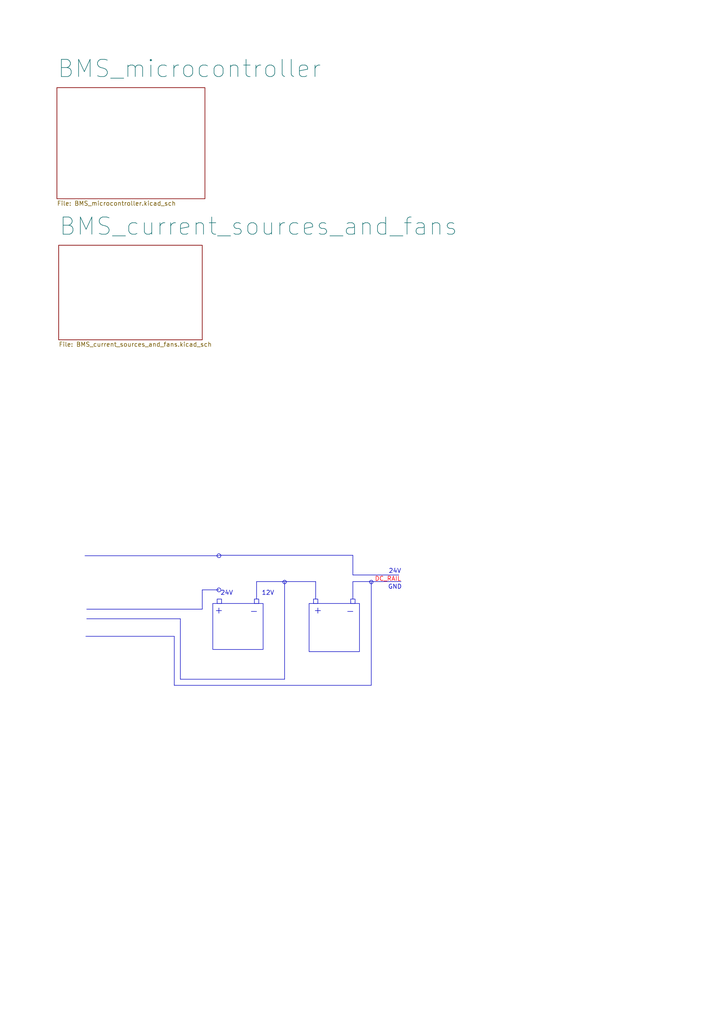
<source format=kicad_sch>
(kicad_sch
	(version 20231120)
	(generator "eeschema")
	(generator_version "8.0")
	(uuid "555ba40f-9abb-4b99-82c6-07e888fda9fd")
	(paper "A4" portrait)
	(lib_symbols)
	(polyline
		(pts
			(xy 102.362 166.751) (xy 115.697 166.751)
		)
		(stroke
			(width 0)
			(type default)
		)
		(uuid "036244c0-1450-4729-9223-f6160e799cd4")
	)
	(polyline
		(pts
			(xy 25.146 176.657) (xy 58.674 176.657)
		)
		(stroke
			(width 0)
			(type default)
		)
		(uuid "0e1d3b31-b1c9-4f96-a649-95c4fc8b3154")
	)
	(polyline
		(pts
			(xy 58.674 171.069) (xy 63.5 171.069)
		)
		(stroke
			(width 0)
			(type default)
		)
		(uuid "1986ff6f-994b-49a6-9111-b017e07c5d89")
	)
	(polyline
		(pts
			(xy 25.146 179.451) (xy 52.324 179.451)
		)
		(stroke
			(width 0)
			(type default)
		)
		(uuid "2c25c516-484a-4796-96cd-564887dae342")
	)
	(polyline
		(pts
			(xy 102.362 168.656) (xy 116.332 168.656)
		)
		(stroke
			(width 0)
			(type default)
		)
		(uuid "2d567b4d-af11-41a2-867d-82f01d27642a")
	)
	(polyline
		(pts
			(xy 74.422 173.736) (xy 74.422 168.656)
		)
		(stroke
			(width 0)
			(type default)
		)
		(uuid "323a1a9b-414a-4562-9302-4f261c452f62")
	)
	(polyline
		(pts
			(xy 107.696 168.783) (xy 107.696 198.755)
		)
		(stroke
			(width 0)
			(type default)
		)
		(uuid "32f6ec70-4b03-414d-a9b7-06b717ab1247")
	)
	(polyline
		(pts
			(xy 74.422 168.656) (xy 91.567 168.656)
		)
		(stroke
			(width 0)
			(type default)
		)
		(uuid "41f1fe44-54e7-4901-814a-cab34f69f532")
	)
	(polyline
		(pts
			(xy 82.55 168.783) (xy 82.55 196.977)
		)
		(stroke
			(width 0)
			(type default)
		)
		(uuid "42de3d3a-082a-40b4-a6f1-443bb31b64c3")
	)
	(polyline
		(pts
			(xy 102.362 173.736) (xy 102.362 168.656)
		)
		(stroke
			(width 0)
			(type default)
		)
		(uuid "46ae3541-3efe-452c-a84b-11516976ded6")
	)
	(polyline
		(pts
			(xy 102.362 161.036) (xy 102.362 166.751)
		)
		(stroke
			(width 0)
			(type default)
		)
		(uuid "4f353e70-4b91-404b-9acb-4bcab9052c9d")
	)
	(polyline
		(pts
			(xy 24.892 184.531) (xy 50.546 184.531)
		)
		(stroke
			(width 0)
			(type default)
		)
		(uuid "8a0b8c3b-4d3d-413b-9562-0b4dabcca899")
	)
	(polyline
		(pts
			(xy 52.324 179.451) (xy 52.324 196.977)
		)
		(stroke
			(width 0)
			(type default)
		)
		(uuid "a7515827-1a63-45b1-b25b-c6645d0705fb")
	)
	(polyline
		(pts
			(xy 50.546 198.755) (xy 107.696 198.755)
		)
		(stroke
			(width 0)
			(type default)
		)
		(uuid "b9708cdb-d4bc-4da4-9e09-8043444be99c")
	)
	(polyline
		(pts
			(xy 63.627 161.036) (xy 102.362 161.036)
		)
		(stroke
			(width 0)
			(type default)
		)
		(uuid "c1dbf9d0-41a3-4829-9e24-41a86095a1b9")
	)
	(polyline
		(pts
			(xy 58.674 176.657) (xy 58.674 171.069)
		)
		(stroke
			(width 0)
			(type default)
		)
		(uuid "e986d426-5c67-4082-9b3f-873c3de0e5fc")
	)
	(polyline
		(pts
			(xy 52.324 196.977) (xy 82.55 196.977)
		)
		(stroke
			(width 0)
			(type default)
		)
		(uuid "edf9b23a-b307-4816-85dd-27994268f369")
	)
	(polyline
		(pts
			(xy 24.638 161.163) (xy 63.5 161.163)
		)
		(stroke
			(width 0)
			(type default)
		)
		(uuid "f56ba620-c538-4feb-9015-43488fcbf8a9")
	)
	(polyline
		(pts
			(xy 91.567 168.656) (xy 91.567 173.736)
		)
		(stroke
			(width 0)
			(type default)
		)
		(uuid "f978ce8d-6721-4c06-823f-37976864a8e9")
	)
	(polyline
		(pts
			(xy 50.546 184.531) (xy 50.546 198.755)
		)
		(stroke
			(width 0)
			(type default)
		)
		(uuid "ff6a71f2-a656-4c46-9c34-6767b7b44841")
	)
	(rectangle
		(start 61.722 175.006)
		(end 76.327 188.341)
		(stroke
			(width 0)
			(type default)
		)
		(fill
			(type none)
		)
		(uuid 0a3cce5a-ff48-4be9-95e5-f367f310bd0a)
	)
	(circle
		(center 63.5 161.163)
		(radius 0.568)
		(stroke
			(width 0)
			(type default)
		)
		(fill
			(type color)
			(color 0 0 0 0)
		)
		(uuid 285244c2-569a-40a1-b774-4a65ec65e2e2)
	)
	(rectangle
		(start 101.727 173.736)
		(end 102.997 175.006)
		(stroke
			(width 0)
			(type default)
		)
		(fill
			(type none)
		)
		(uuid 2c20b3d8-dd7d-4c1d-a850-eead89811d97)
	)
	(circle
		(center 82.55 168.783)
		(radius 0.508)
		(stroke
			(width 0)
			(type default)
		)
		(fill
			(type color)
			(color 0 0 0 0)
		)
		(uuid 51ad0023-33c2-45f4-aeec-58a39fdfc2c0)
	)
	(rectangle
		(start 62.992 173.736)
		(end 64.262 175.006)
		(stroke
			(width 0)
			(type default)
		)
		(fill
			(type none)
		)
		(uuid 5fd2886c-5575-4abb-a277-f74495463e09)
	)
	(rectangle
		(start 90.932 173.736)
		(end 92.202 175.006)
		(stroke
			(width 0)
			(type default)
		)
		(fill
			(type none)
		)
		(uuid 7dcd2bd4-6288-4a8d-8d4f-37bef0c6d930)
	)
	(rectangle
		(start 89.662 175.006)
		(end 104.267 188.976)
		(stroke
			(width 0)
			(type default)
		)
		(fill
			(type none)
		)
		(uuid 82b0cf90-8614-4ce0-aa8b-b0c1443a133c)
	)
	(rectangle
		(start 73.787 173.736)
		(end 75.057 175.006)
		(stroke
			(width 0)
			(type default)
		)
		(fill
			(type none)
		)
		(uuid 931660a4-16ba-4f61-9c4b-85c0a292ca06)
	)
	(circle
		(center 63.5 171.069)
		(radius 0.568)
		(stroke
			(width 0)
			(type default)
		)
		(fill
			(type color)
			(color 0 0 0 0)
		)
		(uuid 98e6eb8b-13e7-4625-8572-83a6c03f8583)
	)
	(circle
		(center 107.696 168.783)
		(radius 0.508)
		(stroke
			(width 0)
			(type default)
		)
		(fill
			(type color)
			(color 0 0 0 0)
		)
		(uuid a072c202-9af7-4613-9644-32294692a847)
	)
	(text "-"
		(exclude_from_sim no)
		(at 101.6 177.419 0)
		(effects
			(font
				(size 2 2)
			)
		)
		(uuid "0e0ca85b-cf52-4273-8ae5-ad306712e2b1")
	)
	(text "+"
		(exclude_from_sim no)
		(at 92.202 177.165 0)
		(effects
			(font
				(size 2 2)
			)
		)
		(uuid "1bbbe571-f865-4932-a0ba-44734b278eb7")
	)
	(text "24V"
		(exclude_from_sim no)
		(at 65.786 172.085 0)
		(effects
			(font
				(size 1.27 1.27)
			)
		)
		(uuid "817f52e6-53c7-4000-8949-62d29a4f6f57")
	)
	(text "+"
		(exclude_from_sim no)
		(at 63.5 177.165 0)
		(effects
			(font
				(size 2 2)
			)
		)
		(uuid "9eafe8d9-1dd8-4c2a-b512-eec8ffdf13f1")
	)
	(text "DC_RAIL"
		(exclude_from_sim no)
		(at 112.522 168.021 0)
		(effects
			(font
				(size 1.27 1.27)
				(color 255 10 23 1)
			)
		)
		(uuid "ac8f8fde-390d-4b1e-bb4a-eae9d8300bd3")
	)
	(text "12V"
		(exclude_from_sim no)
		(at 77.724 172.085 0)
		(effects
			(font
				(size 1.27 1.27)
			)
		)
		(uuid "c70bb36e-eda4-403e-91bb-502399161be8")
	)
	(text "24V"
		(exclude_from_sim no)
		(at 114.554 165.735 0)
		(effects
			(font
				(size 1.27 1.27)
			)
		)
		(uuid "d156d068-6b31-4e73-80db-459b6ca68800")
	)
	(text "-"
		(exclude_from_sim no)
		(at 73.66 177.419 0)
		(effects
			(font
				(size 2 2)
			)
		)
		(uuid "f085b7d3-c905-4218-aef5-b92f9b4a7938")
	)
	(text "GND"
		(exclude_from_sim no)
		(at 114.554 170.307 0)
		(effects
			(font
				(size 1.27 1.27)
			)
		)
		(uuid "ff3a808b-e89f-4f63-a2dd-0ba27d3d71f4")
	)
	(sheet
		(at 16.51 25.4)
		(size 42.926 32.258)
		(fields_autoplaced yes)
		(stroke
			(width 0.1524)
			(type solid)
		)
		(fill
			(color 0 0 0 0.0000)
		)
		(uuid "3b90ff07-e5cb-404b-939d-de320e975ba1")
		(property "Sheetname" "BMS_microcontroller"
			(at 16.51 22.8234 0)
			(effects
				(font
					(size 5 5)
				)
				(justify left bottom)
			)
		)
		(property "Sheetfile" "BMS_microcontroller.kicad_sch"
			(at 16.51 58.2426 0)
			(effects
				(font
					(size 1.27 1.27)
				)
				(justify left top)
			)
		)
		(instances
			(project "Balancer"
				(path "/555ba40f-9abb-4b99-82c6-07e888fda9fd"
					(page "5")
				)
			)
		)
	)
	(sheet
		(at 17.018 71.12)
		(size 41.656 27.432)
		(fields_autoplaced yes)
		(stroke
			(width 0.1524)
			(type solid)
		)
		(fill
			(color 0 0 0 0.0000)
		)
		(uuid "918b88dd-8c9a-4153-9aaf-3fa336d7bf39")
		(property "Sheetname" "BMS_current_sources_and_fans"
			(at 17.018 68.5434 0)
			(effects
				(font
					(size 5 5)
				)
				(justify left bottom)
			)
		)
		(property "Sheetfile" "BMS_current_sources_and_fans.kicad_sch"
			(at 17.018 99.1366 0)
			(effects
				(font
					(size 1.27 1.27)
				)
				(justify left top)
			)
		)
		(instances
			(project "Balancer"
				(path "/555ba40f-9abb-4b99-82c6-07e888fda9fd"
					(page "4")
				)
			)
		)
	)
	(sheet_instances
		(path "/"
			(page "1")
		)
	)
)
</source>
